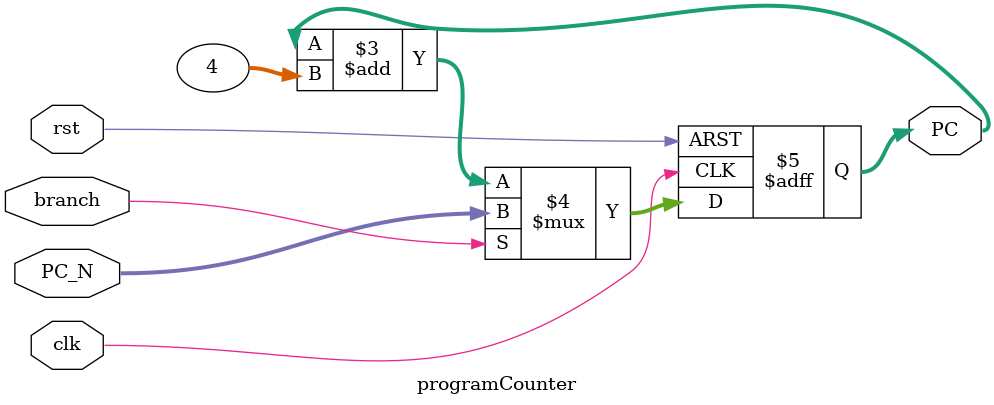
<source format=sv>
`timescale 1ns / 1ps


module programCounter( output logic [31:0] PC, 
    input logic clk, 
    input logic rst,
    input logic branch,
    input logic [31:0] PC_N 
    );
    always@(posedge clk or negedge rst) begin
        if(!rst)
            PC <= 32'h00000000;
        else
            PC <= branch ? PC_N : PC + 4;
    end
endmodule



</source>
